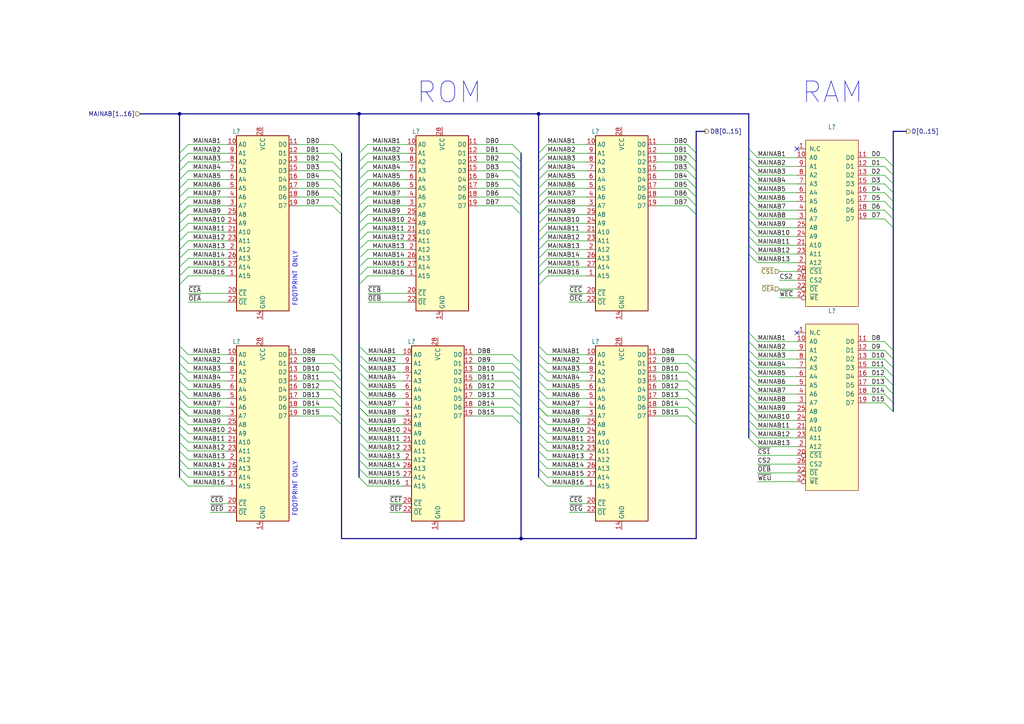
<source format=kicad_sch>
(kicad_sch (version 20211123) (generator eeschema)
  (paper "A4")
  (title_block (title "Main CPU ROM & RAM") (date "2022-03-10") (rev "José Tejada") (company "JOTEGO") (comment 1 "PCB donated by Atrac17 & DJHardRich") (comment 2 "JOTEGO") (comment 3 "https://www.paypal.com/paypalme/topapate") (comment 4 "https://www.patreon.com/topapate"))
  (lib_symbols
    (symbol "Memory_EPROM:27512"
      (property "Reference" "U" (at -7.62 26.67 0))
      (property "Value" "27512" (at 2.54 -26.67 0))
      (symbol "27512_1_1"
        (rectangle (start -7.62 25.4) (end 7.62 -25.4) (stroke (width 0.254)) (fill (type background)))
        (pin input line (at -10.16 -15.24 0) (length 2.54) (name "A15") (number "1"))
        (pin input line (at -10.16 22.86 0) (length 2.54) (name "A0") (number "10"))
        (pin tri_state line (at 10.16 22.86 180) (length 2.54) (name "D0") (number "11"))
        (pin tri_state line (at 10.16 20.32 180) (length 2.54) (name "D1") (number "12"))
        (pin tri_state line (at 10.16 17.78 180) (length 2.54) (name "D2") (number "13"))
        (pin power_in line (at 0 -27.94 90) (length 2.54) (name "GND") (number "14"))
        (pin tri_state line (at 10.16 15.24 180) (length 2.54) (name "D3") (number "15"))
        (pin tri_state line (at 10.16 12.7 180) (length 2.54) (name "D4") (number "16"))
        (pin tri_state line (at 10.16 10.16 180) (length 2.54) (name "D5") (number "17"))
        (pin tri_state line (at 10.16 7.62 180) (length 2.54) (name "D6") (number "18"))
        (pin tri_state line (at 10.16 5.08 180) (length 2.54) (name "D7") (number "19"))
        (pin input line (at -10.16 -7.62 0) (length 2.54) (name "A12") (number "2"))
        (pin input line (at -10.16 -20.32 0) (length 2.54) (name "~{CE}") (number "20"))
        (pin input line (at -10.16 -2.54 0) (length 2.54) (name "A10") (number "21"))
        (pin input line (at -10.16 -22.86 0) (length 2.54) (name "~{OE}") (number "22"))
        (pin input line (at -10.16 -5.08 0) (length 2.54) (name "A11") (number "23"))
        (pin input line (at -10.16 0 0) (length 2.54) (name "A9") (number "24"))
        (pin input line (at -10.16 2.54 0) (length 2.54) (name "A8") (number "25"))
        (pin input line (at -10.16 -10.16 0) (length 2.54) (name "A13") (number "26"))
        (pin input line (at -10.16 -12.7 0) (length 2.54) (name "A14") (number "27"))
        (pin power_in line (at 0 27.94 270) (length 2.54) (name "VCC") (number "28"))
        (pin input line (at -10.16 5.08 0) (length 2.54) (name "A7") (number "3"))
        (pin input line (at -10.16 7.62 0) (length 2.54) (name "A6") (number "4"))
        (pin input line (at -10.16 10.16 0) (length 2.54) (name "A5") (number "5"))
        (pin input line (at -10.16 12.7 0) (length 2.54) (name "A4") (number "6"))
        (pin input line (at -10.16 15.24 0) (length 2.54) (name "A3") (number "7"))
        (pin input line (at -10.16 17.78 0) (length 2.54) (name "A2") (number "8"))
        (pin input line (at -10.16 20.32 0) (length 2.54) (name "A1") (number "9"))
      )
    )
    (symbol "toshiba:TMM2063AP_10" (pin_names (offset 1.016))
      (property "Reference" "U" (at 0 16.51 0))
      (property "Value" "toshiba_TMM2063AP_10" (at 0 13.97 0))
      (symbol "TMM2063AP_10_0_1"
        (rectangle (start -7.62 12.7) (end 7.62 -35.56) (fill (type background)))
      )
      (symbol "TMM2063AP_10_1_1"
        (pin input line (at -10.16 10.16 0) (length 2.54) (name "N.C") (number "1"))
        (pin input line (at -10.16 7.62 0) (length 2.54) (name "A0") (number "10"))
        (pin bidirectional line (at 10.16 7.62 180) (length 2.54) (name "D0") (number "11"))
        (pin bidirectional line (at 10.16 5.08 180) (length 2.54) (name "D1") (number "12"))
        (pin bidirectional line (at 10.16 2.54 180) (length 2.54) (name "D2") (number "13"))
        (pin power_in line (at 0 -35.56 90) (length 2.54) hide (name "GND") (number "14"))
        (pin bidirectional line (at 10.16 0 180) (length 2.54) (name "D3") (number "15"))
        (pin bidirectional line (at 10.16 -2.54 180) (length 2.54) (name "D4") (number "16"))
        (pin bidirectional line (at 10.16 -5.08 180) (length 2.54) (name "D5") (number "17"))
        (pin bidirectional line (at 10.16 -7.62 180) (length 2.54) (name "D6") (number "18"))
        (pin bidirectional line (at 10.16 -10.16 180) (length 2.54) (name "D7") (number "19"))
        (pin input line (at -10.16 -22.86 0) (length 2.54) (name "A12") (number "2"))
        (pin input inverted (at -10.16 -25.4 0) (length 2.54) (name "~{CS1}") (number "20"))
        (pin input line (at -10.16 -17.78 0) (length 2.54) (name "A10") (number "21"))
        (pin input inverted (at -10.16 -30.48 0) (length 2.54) (name "~{OE}") (number "22"))
        (pin input line (at -10.16 -20.32 0) (length 2.54) (name "A11") (number "23"))
        (pin input line (at -10.16 -15.24 0) (length 2.54) (name "A9") (number "24"))
        (pin input line (at -10.16 -12.7 0) (length 2.54) (name "A8") (number "25"))
        (pin input line (at -10.16 -27.94 0) (length 2.54) (name "CS2") (number "26"))
        (pin input inverted (at -10.16 -33.02 0) (length 2.54) (name "~{WE}") (number "27"))
        (pin power_in line (at 0 15.24 270) (length 2.54) hide (name "VCC") (number "28"))
        (pin input line (at -10.16 -10.16 0) (length 2.54) (name "A7") (number "3"))
        (pin input line (at -10.16 -7.62 0) (length 2.54) (name "A6") (number "4"))
        (pin input line (at -10.16 -5.08 0) (length 2.54) (name "A5") (number "5"))
        (pin input line (at -10.16 -2.54 0) (length 2.54) (name "A4") (number "6"))
        (pin input line (at -10.16 0 0) (length 2.54) (name "A3") (number "7"))
        (pin input line (at -10.16 2.54 0) (length 2.54) (name "A2") (number "8"))
        (pin input line (at -10.16 5.08 0) (length 2.54) (name "A1") (number "9"))
      )
    )
  )
  (junction (at 151.13 156.21))
  (junction (at 156.21 33.02))
  (junction (at 52.07 33.02))
  (junction (at 104.14 33.02))
  (no_connect (at 231.14 43.18))
  (no_connect (at 231.14 96.52))
  (bus_entry (at 201.93 54.61) (size -2.54 -2.54))
  (bus_entry (at 201.93 44.45) (size -2.54 -2.54))
  (bus_entry (at 156.21 80.01) (size 2.54 -2.54))
  (bus_entry (at 54.61 138.43) (size -2.54 -2.54))
  (bus_entry (at 156.21 46.99) (size 2.54 -2.54))
  (bus_entry (at 256.54 101.6) (size 2.54 2.54))
  (bus_entry (at 217.17 111.76) (size 2.54 2.54))
  (bus_entry (at 217.17 116.84) (size 2.54 2.54))
  (bus_entry (at 104.14 59.69) (size 2.54 -2.54))
  (bus_entry (at 158.75 107.95) (size -2.54 -2.54))
  (bus_entry (at 158.75 110.49) (size -2.54 -2.54))
  (bus_entry (at 158.75 105.41) (size -2.54 -2.54))
  (bus_entry (at 106.68 105.41) (size -2.54 -2.54))
  (bus_entry (at 52.07 74.93) (size 2.54 -2.54))
  (bus_entry (at 256.54 109.22) (size 2.54 2.54))
  (bus_entry (at 52.07 67.31) (size 2.54 -2.54))
  (bus_entry (at 148.59 113.03) (size 2.54 2.54))
  (bus_entry (at 54.61 102.87) (size -2.54 -2.54))
  (bus_entry (at 52.07 52.07) (size 2.54 -2.54))
  (bus_entry (at 217.17 45.72) (size 2.54 2.54))
  (bus_entry (at 99.06 59.69) (size -2.54 -2.54))
  (bus_entry (at 217.17 109.22) (size 2.54 2.54))
  (bus_entry (at 104.14 62.23) (size 2.54 -2.54))
  (bus_entry (at 217.17 43.18) (size 2.54 2.54))
  (bus_entry (at 199.39 110.49) (size 2.54 2.54))
  (bus_entry (at 156.21 74.93) (size 2.54 -2.54))
  (bus_entry (at 148.59 105.41) (size 2.54 2.54))
  (bus_entry (at 104.14 77.47) (size 2.54 -2.54))
  (bus_entry (at 156.21 49.53) (size 2.54 -2.54))
  (bus_entry (at 52.07 62.23) (size 2.54 -2.54))
  (bus_entry (at 106.68 138.43) (size -2.54 -2.54))
  (bus_entry (at 217.17 119.38) (size 2.54 2.54))
  (bus_entry (at 199.39 120.65) (size 2.54 2.54))
  (bus_entry (at 217.17 121.92) (size 2.54 2.54))
  (bus_entry (at 256.54 53.34) (size 2.54 2.54))
  (bus_entry (at 104.14 72.39) (size 2.54 -2.54))
  (bus_entry (at 256.54 99.06) (size 2.54 2.54))
  (bus_entry (at 158.75 133.35) (size -2.54 -2.54))
  (bus_entry (at 104.14 69.85) (size 2.54 -2.54))
  (bus_entry (at 106.68 120.65) (size -2.54 -2.54))
  (bus_entry (at 151.13 46.99) (size -2.54 -2.54))
  (bus_entry (at 201.93 59.69) (size -2.54 -2.54))
  (bus_entry (at 106.68 110.49) (size -2.54 -2.54))
  (bus_entry (at 156.21 44.45) (size 2.54 -2.54))
  (bus_entry (at 52.07 44.45) (size 2.54 -2.54))
  (bus_entry (at 151.13 62.23) (size -2.54 -2.54))
  (bus_entry (at 54.61 133.35) (size -2.54 -2.54))
  (bus_entry (at 96.52 118.11) (size 2.54 2.54))
  (bus_entry (at 151.13 57.15) (size -2.54 -2.54))
  (bus_entry (at 158.75 138.43) (size -2.54 -2.54))
  (bus_entry (at 217.17 114.3) (size 2.54 2.54))
  (bus_entry (at 256.54 63.5) (size 2.54 2.54))
  (bus_entry (at 201.93 49.53) (size -2.54 -2.54))
  (bus_entry (at 106.68 118.11) (size -2.54 -2.54))
  (bus_entry (at 106.68 120.65) (size -2.54 -2.54))
  (bus_entry (at 217.17 58.42) (size 2.54 2.54))
  (bus_entry (at 256.54 48.26) (size 2.54 2.54))
  (bus_entry (at 158.75 115.57) (size -2.54 -2.54))
  (bus_entry (at 217.17 127) (size 2.54 2.54))
  (bus_entry (at 217.17 66.04) (size 2.54 2.54))
  (bus_entry (at 104.14 62.23) (size 2.54 -2.54))
  (bus_entry (at 148.59 102.87) (size 2.54 2.54))
  (bus_entry (at 217.17 99.06) (size 2.54 2.54))
  (bus_entry (at 54.61 125.73) (size -2.54 -2.54))
  (bus_entry (at 217.17 101.6) (size 2.54 2.54))
  (bus_entry (at 151.13 52.07) (size -2.54 -2.54))
  (bus_entry (at 104.14 57.15) (size 2.54 -2.54))
  (bus_entry (at 52.07 54.61) (size 2.54 -2.54))
  (bus_entry (at 156.21 82.55) (size 2.54 -2.54))
  (bus_entry (at 54.61 107.95) (size -2.54 -2.54))
  (bus_entry (at 256.54 114.3) (size 2.54 2.54))
  (bus_entry (at 256.54 106.68) (size 2.54 2.54))
  (bus_entry (at 151.13 54.61) (size -2.54 -2.54))
  (bus_entry (at 217.17 96.52) (size 2.54 2.54))
  (bus_entry (at 158.75 113.03) (size -2.54 -2.54))
  (bus_entry (at 256.54 50.8) (size 2.54 2.54))
  (bus_entry (at 54.61 128.27) (size -2.54 -2.54))
  (bus_entry (at 96.52 107.95) (size 2.54 2.54))
  (bus_entry (at 217.17 106.68) (size 2.54 2.54))
  (bus_entry (at 96.52 105.41) (size 2.54 2.54))
  (bus_entry (at 148.59 107.95) (size 2.54 2.54))
  (bus_entry (at 217.17 73.66) (size 2.54 2.54))
  (bus_entry (at 54.61 113.03) (size -2.54 -2.54))
  (bus_entry (at 201.93 57.15) (size -2.54 -2.54))
  (bus_entry (at 156.21 54.61) (size 2.54 -2.54))
  (bus_entry (at 52.07 72.39) (size 2.54 -2.54))
  (bus_entry (at 199.39 107.95) (size 2.54 2.54))
  (bus_entry (at 158.75 102.87) (size -2.54 -2.54))
  (bus_entry (at 54.61 135.89) (size -2.54 -2.54))
  (bus_entry (at 217.17 68.58) (size 2.54 2.54))
  (bus_entry (at 106.68 123.19) (size -2.54 -2.54))
  (bus_entry (at 158.75 128.27) (size -2.54 -2.54))
  (bus_entry (at 52.07 80.01) (size 2.54 -2.54))
  (bus_entry (at 199.39 102.87) (size 2.54 2.54))
  (bus_entry (at 256.54 116.84) (size 2.54 2.54))
  (bus_entry (at 106.68 115.57) (size -2.54 -2.54))
  (bus_entry (at 54.61 120.65) (size -2.54 -2.54))
  (bus_entry (at 96.52 102.87) (size 2.54 2.54))
  (bus_entry (at 217.17 71.12) (size 2.54 2.54))
  (bus_entry (at 99.06 62.23) (size -2.54 -2.54))
  (bus_entry (at 217.17 60.96) (size 2.54 2.54))
  (bus_entry (at 52.07 69.85) (size 2.54 -2.54))
  (bus_entry (at 156.21 64.77) (size 2.54 -2.54))
  (bus_entry (at 217.17 104.14) (size 2.54 2.54))
  (bus_entry (at 156.21 67.31) (size 2.54 -2.54))
  (bus_entry (at 156.21 62.23) (size 2.54 -2.54))
  (bus_entry (at 199.39 113.03) (size 2.54 2.54))
  (bus_entry (at 104.14 64.77) (size 2.54 -2.54))
  (bus_entry (at 96.52 120.65) (size 2.54 2.54))
  (bus_entry (at 52.07 59.69) (size 2.54 -2.54))
  (bus_entry (at 52.07 77.47) (size 2.54 -2.54))
  (bus_entry (at 106.68 130.81) (size -2.54 -2.54))
  (bus_entry (at 156.21 52.07) (size 2.54 -2.54))
  (bus_entry (at 54.61 110.49) (size -2.54 -2.54))
  (bus_entry (at 217.17 63.5) (size 2.54 2.54))
  (bus_entry (at 52.07 49.53) (size 2.54 -2.54))
  (bus_entry (at 158.75 125.73) (size -2.54 -2.54))
  (bus_entry (at 199.39 118.11) (size 2.54 2.54))
  (bus_entry (at 156.21 77.47) (size 2.54 -2.54))
  (bus_entry (at 99.06 57.15) (size -2.54 -2.54))
  (bus_entry (at 104.14 52.07) (size 2.54 -2.54))
  (bus_entry (at 104.14 44.45) (size 2.54 -2.54))
  (bus_entry (at 217.17 124.46) (size 2.54 2.54))
  (bus_entry (at 54.61 123.19) (size -2.54 -2.54))
  (bus_entry (at 156.21 57.15) (size 2.54 -2.54))
  (bus_entry (at 99.06 46.99) (size -2.54 -2.54))
  (bus_entry (at 217.17 53.34) (size 2.54 2.54))
  (bus_entry (at 104.14 46.99) (size 2.54 -2.54))
  (bus_entry (at 104.14 74.93) (size 2.54 -2.54))
  (bus_entry (at 96.52 110.49) (size 2.54 2.54))
  (bus_entry (at 148.59 120.65) (size 2.54 2.54))
  (bus_entry (at 199.39 115.57) (size 2.54 2.54))
  (bus_entry (at 106.68 102.87) (size -2.54 -2.54))
  (bus_entry (at 256.54 45.72) (size 2.54 2.54))
  (bus_entry (at 217.17 50.8) (size 2.54 2.54))
  (bus_entry (at 104.14 67.31) (size 2.54 -2.54))
  (bus_entry (at 256.54 104.14) (size 2.54 2.54))
  (bus_entry (at 148.59 110.49) (size 2.54 2.54))
  (bus_entry (at 148.59 115.57) (size 2.54 2.54))
  (bus_entry (at 52.07 62.23) (size 2.54 -2.54))
  (bus_entry (at 158.75 118.11) (size -2.54 -2.54))
  (bus_entry (at 256.54 111.76) (size 2.54 2.54))
  (bus_entry (at 156.21 59.69) (size 2.54 -2.54))
  (bus_entry (at 99.06 44.45) (size -2.54 -2.54))
  (bus_entry (at 106.68 128.27) (size -2.54 -2.54))
  (bus_entry (at 52.07 57.15) (size 2.54 -2.54))
  (bus_entry (at 256.54 58.42) (size 2.54 2.54))
  (bus_entry (at 201.93 52.07) (size -2.54 -2.54))
  (bus_entry (at 106.68 135.89) (size -2.54 -2.54))
  (bus_entry (at 201.93 46.99) (size -2.54 -2.54))
  (bus_entry (at 158.75 130.81) (size -2.54 -2.54))
  (bus_entry (at 106.68 140.97) (size -2.54 -2.54))
  (bus_entry (at 54.61 118.11) (size -2.54 -2.54))
  (bus_entry (at 54.61 130.81) (size -2.54 -2.54))
  (bus_entry (at 158.75 120.65) (size -2.54 -2.54))
  (bus_entry (at 54.61 120.65) (size -2.54 -2.54))
  (bus_entry (at 158.75 140.97) (size -2.54 -2.54))
  (bus_entry (at 106.68 107.95) (size -2.54 -2.54))
  (bus_entry (at 148.59 118.11) (size 2.54 2.54))
  (bus_entry (at 52.07 46.99) (size 2.54 -2.54))
  (bus_entry (at 96.52 113.03) (size 2.54 2.54))
  (bus_entry (at 156.21 69.85) (size 2.54 -2.54))
  (bus_entry (at 201.93 62.23) (size -2.54 -2.54))
  (bus_entry (at 217.17 55.88) (size 2.54 2.54))
  (bus_entry (at 158.75 135.89) (size -2.54 -2.54))
  (bus_entry (at 99.06 54.61) (size -2.54 -2.54))
  (bus_entry (at 99.06 49.53) (size -2.54 -2.54))
  (bus_entry (at 256.54 60.96) (size 2.54 2.54))
  (bus_entry (at 217.17 48.26) (size 2.54 2.54))
  (bus_entry (at 54.61 115.57) (size -2.54 -2.54))
  (bus_entry (at 104.14 80.01) (size 2.54 -2.54))
  (bus_entry (at 106.68 125.73) (size -2.54 -2.54))
  (bus_entry (at 99.06 52.07) (size -2.54 -2.54))
  (bus_entry (at 256.54 55.88) (size 2.54 2.54))
  (bus_entry (at 52.07 64.77) (size 2.54 -2.54))
  (bus_entry (at 104.14 49.53) (size 2.54 -2.54))
  (bus_entry (at 106.68 133.35) (size -2.54 -2.54))
  (bus_entry (at 158.75 123.19) (size -2.54 -2.54))
  (bus_entry (at 96.52 115.57) (size 2.54 2.54))
  (bus_entry (at 54.61 105.41) (size -2.54 -2.54))
  (bus_entry (at 104.14 82.55) (size 2.54 -2.54))
  (bus_entry (at 54.61 140.97) (size -2.54 -2.54))
  (bus_entry (at 151.13 49.53) (size -2.54 -2.54))
  (bus_entry (at 52.07 82.55) (size 2.54 -2.54))
  (bus_entry (at 104.14 54.61) (size 2.54 -2.54))
  (bus_entry (at 158.75 120.65) (size -2.54 -2.54))
  (bus_entry (at 151.13 59.69) (size -2.54 -2.54))
  (bus_entry (at 199.39 105.41) (size 2.54 2.54))
  (bus_entry (at 151.13 44.45) (size -2.54 -2.54))
  (bus_entry (at 106.68 113.03) (size -2.54 -2.54))
  (bus_entry (at 156.21 72.39) (size 2.54 -2.54))
  (bus_entry (at 156.21 62.23) (size 2.54 -2.54))
  (wire (pts (xy 86.36 115.57) (xy 96.52 115.57)))
  (bus (pts (xy 259.08 109.22) (xy 259.08 111.76)))
  (bus (pts (xy 104.14 110.49) (xy 104.14 113.03)))
  (bus (pts (xy 40.64 33.02) (xy 52.07 33.02)))
  (bus (pts (xy 52.07 118.11) (xy 52.07 120.65)))
  (wire (pts (xy 190.5 46.99) (xy 199.39 46.99)))
  (wire (pts (xy 138.43 59.69) (xy 148.59 59.69)))
  (bus (pts (xy 201.93 54.61) (xy 201.93 57.15)))
  (wire (pts (xy 219.71 111.76) (xy 231.14 111.76)))
  (bus (pts (xy 156.21 125.73) (xy 156.21 128.27)))
  (bus (pts (xy 259.08 53.34) (xy 259.08 55.88)))
  (wire (pts (xy 165.1 85.09) (xy 170.18 85.09)))
  (wire (pts (xy 54.61 107.95) (xy 66.04 107.95)))
  (bus (pts (xy 104.14 69.85) (xy 104.14 72.39)))
  (wire (pts (xy 256.54 99.06) (xy 251.46 99.06)))
  (bus (pts (xy 259.08 58.42) (xy 259.08 60.96)))
  (wire (pts (xy 54.61 54.61) (xy 66.04 54.61)))
  (bus (pts (xy 217.17 99.06) (xy 217.17 101.6)))
  (bus (pts (xy 104.14 82.55) (xy 104.14 100.33)))
  (bus (pts (xy 156.21 67.31) (xy 156.21 69.85)))
  (wire (pts (xy 251.46 116.84) (xy 256.54 116.84)))
  (bus (pts (xy 52.07 67.31) (xy 52.07 69.85)))
  (bus (pts (xy 104.14 123.19) (xy 104.14 125.73)))
  (wire (pts (xy 190.5 107.95) (xy 199.39 107.95)))
  (wire (pts (xy 106.68 125.73) (xy 116.84 125.73)))
  (wire (pts (xy 219.71 68.58) (xy 231.14 68.58)))
  (bus (pts (xy 156.21 133.35) (xy 156.21 135.89)))
  (wire (pts (xy 54.61 85.09) (xy 66.04 85.09)))
  (bus (pts (xy 201.93 59.69) (xy 201.93 62.23)))
  (wire (pts (xy 106.68 120.65) (xy 116.84 120.65)))
  (wire (pts (xy 106.68 49.53) (xy 118.11 49.53)))
  (bus (pts (xy 262.89 38.1) (xy 259.08 38.1)))
  (wire (pts (xy 158.75 62.23) (xy 170.18 62.23)))
  (bus (pts (xy 52.07 62.23) (xy 52.07 64.77)))
  (bus (pts (xy 151.13 123.19) (xy 151.13 156.21)))
  (wire (pts (xy 137.16 102.87) (xy 148.59 102.87)))
  (wire (pts (xy 106.68 74.93) (xy 118.11 74.93)))
  (wire (pts (xy 54.61 118.11) (xy 66.04 118.11)))
  (wire (pts (xy 226.06 78.74) (xy 231.14 78.74)))
  (bus (pts (xy 99.06 120.65) (xy 99.06 123.19)))
  (wire (pts (xy 226.06 81.28) (xy 231.14 81.28)))
  (bus (pts (xy 156.21 77.47) (xy 156.21 80.01)))
  (wire (pts (xy 54.61 64.77) (xy 66.04 64.77)))
  (bus (pts (xy 99.06 156.21) (xy 151.13 156.21)))
  (wire (pts (xy 219.71 109.22) (xy 231.14 109.22)))
  (bus (pts (xy 156.21 100.33) (xy 156.21 102.87)))
  (bus (pts (xy 259.08 116.84) (xy 259.08 119.38)))
  (wire (pts (xy 190.5 105.41) (xy 199.39 105.41)))
  (wire (pts (xy 190.5 54.61) (xy 199.39 54.61)))
  (bus (pts (xy 52.07 102.87) (xy 52.07 105.41)))
  (bus (pts (xy 52.07 115.57) (xy 52.07 118.11)))
  (wire (pts (xy 219.71 55.88) (xy 231.14 55.88)))
  (wire (pts (xy 158.75 52.07) (xy 170.18 52.07)))
  (bus (pts (xy 217.17 106.68) (xy 217.17 109.22)))
  (bus (pts (xy 52.07 133.35) (xy 52.07 135.89)))
  (bus (pts (xy 99.06 46.99) (xy 99.06 49.53)))
  (wire (pts (xy 165.1 87.63) (xy 170.18 87.63)))
  (wire (pts (xy 54.61 135.89) (xy 66.04 135.89)))
  (bus (pts (xy 151.13 62.23) (xy 151.13 105.41)))
  (bus (pts (xy 156.21 52.07) (xy 156.21 54.61)))
  (wire (pts (xy 86.36 57.15) (xy 96.52 57.15)))
  (wire (pts (xy 158.75 57.15) (xy 170.18 57.15)))
  (bus (pts (xy 217.17 114.3) (xy 217.17 116.84)))
  (bus (pts (xy 259.08 114.3) (xy 259.08 116.84)))
  (bus (pts (xy 104.14 44.45) (xy 104.14 46.99)))
  (bus (pts (xy 151.13 107.95) (xy 151.13 110.49)))
  (wire (pts (xy 54.61 115.57) (xy 66.04 115.57)))
  (wire (pts (xy 165.1 146.05) (xy 170.18 146.05)))
  (wire (pts (xy 251.46 50.8) (xy 256.54 50.8)))
  (bus (pts (xy 156.21 118.11) (xy 156.21 120.65)))
  (wire (pts (xy 190.5 57.15) (xy 199.39 57.15)))
  (bus (pts (xy 156.21 123.19) (xy 156.21 125.73)))
  (bus (pts (xy 151.13 57.15) (xy 151.13 59.69)))
  (bus (pts (xy 52.07 44.45) (xy 52.07 46.99)))
  (bus (pts (xy 201.93 62.23) (xy 201.93 105.41)))
  (wire (pts (xy 116.84 110.49) (xy 106.68 110.49)))
  (wire (pts (xy 219.71 50.8) (xy 231.14 50.8)))
  (wire (pts (xy 54.61 72.39) (xy 66.04 72.39)))
  (wire (pts (xy 54.61 133.35) (xy 66.04 133.35)))
  (wire (pts (xy 86.36 44.45) (xy 96.52 44.45)))
  (wire (pts (xy 106.68 85.09) (xy 118.11 85.09)))
  (wire (pts (xy 106.68 105.41) (xy 116.84 105.41)))
  (bus (pts (xy 52.07 46.99) (xy 52.07 49.53)))
  (bus (pts (xy 104.14 72.39) (xy 104.14 74.93)))
  (bus (pts (xy 52.07 64.77) (xy 52.07 67.31)))
  (bus (pts (xy 156.21 59.69) (xy 156.21 62.23)))
  (bus (pts (xy 151.13 52.07) (xy 151.13 54.61)))
  (bus (pts (xy 217.17 63.5) (xy 217.17 66.04)))
  (bus (pts (xy 99.06 54.61) (xy 99.06 57.15)))
  (wire (pts (xy 158.75 115.57) (xy 170.18 115.57)))
  (bus (pts (xy 259.08 60.96) (xy 259.08 63.5)))
  (wire (pts (xy 190.5 115.57) (xy 199.39 115.57)))
  (wire (pts (xy 54.61 87.63) (xy 66.04 87.63)))
  (wire (pts (xy 106.68 41.91) (xy 118.11 41.91)))
  (bus (pts (xy 52.07 125.73) (xy 52.07 128.27)))
  (wire (pts (xy 158.75 46.99) (xy 170.18 46.99)))
  (bus (pts (xy 52.07 113.03) (xy 52.07 115.57)))
  (wire (pts (xy 106.68 59.69) (xy 118.11 59.69)))
  (bus (pts (xy 52.07 57.15) (xy 52.07 59.69)))
  (bus (pts (xy 201.93 38.1) (xy 201.93 44.45)))
  (bus (pts (xy 156.21 120.65) (xy 156.21 123.19)))
  (bus (pts (xy 104.14 130.81) (xy 104.14 133.35)))
  (bus (pts (xy 217.17 104.14) (xy 217.17 106.68)))
  (wire (pts (xy 251.46 111.76) (xy 256.54 111.76)))
  (wire (pts (xy 137.16 120.65) (xy 148.59 120.65)))
  (bus (pts (xy 217.17 53.34) (xy 217.17 55.88)))
  (wire (pts (xy 219.71 137.16) (xy 231.14 137.16)))
  (wire (pts (xy 226.06 83.82) (xy 231.14 83.82)))
  (wire (pts (xy 219.71 58.42) (xy 231.14 58.42)))
  (wire (pts (xy 219.71 134.62) (xy 231.14 134.62)))
  (wire (pts (xy 138.43 54.61) (xy 148.59 54.61)))
  (bus (pts (xy 99.06 49.53) (xy 99.06 52.07)))
  (bus (pts (xy 217.17 121.92) (xy 217.17 124.46)))
  (bus (pts (xy 217.17 119.38) (xy 217.17 121.92)))
  (wire (pts (xy 54.61 80.01) (xy 66.04 80.01)))
  (wire (pts (xy 60.96 146.05) (xy 66.04 146.05)))
  (bus (pts (xy 156.21 115.57) (xy 156.21 118.11)))
  (wire (pts (xy 251.46 45.72) (xy 256.54 45.72)))
  (bus (pts (xy 52.07 105.41) (xy 52.07 107.95)))
  (wire (pts (xy 54.61 113.03) (xy 66.04 113.03)))
  (wire (pts (xy 54.61 128.27) (xy 66.04 128.27)))
  (bus (pts (xy 104.14 128.27) (xy 104.14 130.81)))
  (bus (pts (xy 259.08 48.26) (xy 259.08 50.8)))
  (bus (pts (xy 156.21 107.95) (xy 156.21 110.49)))
  (bus (pts (xy 217.17 116.84) (xy 217.17 119.38)))
  (bus (pts (xy 99.06 113.03) (xy 99.06 115.57)))
  (wire (pts (xy 219.71 48.26) (xy 231.14 48.26)))
  (wire (pts (xy 138.43 49.53) (xy 148.59 49.53)))
  (wire (pts (xy 165.1 148.59) (xy 170.18 148.59)))
  (bus (pts (xy 99.06 52.07) (xy 99.06 54.61)))
  (wire (pts (xy 158.75 125.73) (xy 170.18 125.73)))
  (bus (pts (xy 104.14 135.89) (xy 104.14 138.43)))
  (wire (pts (xy 106.68 118.11) (xy 116.84 118.11)))
  (bus (pts (xy 259.08 38.1) (xy 259.08 48.26)))
  (wire (pts (xy 137.16 110.49) (xy 148.59 110.49)))
  (bus (pts (xy 259.08 106.68) (xy 259.08 109.22)))
  (bus (pts (xy 259.08 50.8) (xy 259.08 53.34)))
  (wire (pts (xy 54.61 125.73) (xy 66.04 125.73)))
  (wire (pts (xy 158.75 59.69) (xy 170.18 59.69)))
  (bus (pts (xy 217.17 48.26) (xy 217.17 50.8)))
  (bus (pts (xy 52.07 49.53) (xy 52.07 52.07)))
  (wire (pts (xy 106.68 52.07) (xy 118.11 52.07)))
  (wire (pts (xy 106.68 130.81) (xy 116.84 130.81)))
  (bus (pts (xy 201.93 52.07) (xy 201.93 54.61)))
  (wire (pts (xy 106.68 107.95) (xy 116.84 107.95)))
  (wire (pts (xy 158.75 77.47) (xy 170.18 77.47)))
  (bus (pts (xy 104.14 52.07) (xy 104.14 54.61)))
  (wire (pts (xy 86.36 49.53) (xy 96.52 49.53)))
  (wire (pts (xy 106.68 46.99) (xy 118.11 46.99)))
  (wire (pts (xy 86.36 52.07) (xy 96.52 52.07)))
  (wire (pts (xy 190.5 113.03) (xy 199.39 113.03)))
  (wire (pts (xy 116.84 138.43) (xy 106.68 138.43)))
  (bus (pts (xy 156.21 74.93) (xy 156.21 77.47)))
  (wire (pts (xy 219.71 66.04) (xy 231.14 66.04)))
  (wire (pts (xy 138.43 41.91) (xy 148.59 41.91)))
  (wire (pts (xy 219.71 127) (xy 231.14 127)))
  (bus (pts (xy 217.17 73.66) (xy 217.17 96.52)))
  (wire (pts (xy 106.68 135.89) (xy 116.84 135.89)))
  (bus (pts (xy 259.08 66.04) (xy 259.08 101.6)))
  (bus (pts (xy 151.13 54.61) (xy 151.13 57.15)))
  (bus (pts (xy 52.07 135.89) (xy 52.07 138.43)))
  (wire (pts (xy 106.68 113.03) (xy 116.84 113.03)))
  (bus (pts (xy 151.13 120.65) (xy 151.13 123.19)))
  (bus (pts (xy 104.14 77.47) (xy 104.14 80.01)))
  (wire (pts (xy 60.96 148.59) (xy 66.04 148.59)))
  (bus (pts (xy 156.21 102.87) (xy 156.21 105.41)))
  (bus (pts (xy 217.17 124.46) (xy 217.17 127)))
  (wire (pts (xy 219.71 53.34) (xy 231.14 53.34)))
  (bus (pts (xy 52.07 52.07) (xy 52.07 54.61)))
  (bus (pts (xy 201.93 110.49) (xy 201.93 113.03)))
  (bus (pts (xy 217.17 71.12) (xy 217.17 73.66)))
  (wire (pts (xy 219.71 139.7) (xy 231.14 139.7)))
  (wire (pts (xy 170.18 110.49) (xy 158.75 110.49)))
  (wire (pts (xy 54.61 67.31) (xy 66.04 67.31)))
  (wire (pts (xy 251.46 63.5) (xy 256.54 63.5)))
  (wire (pts (xy 54.61 138.43) (xy 66.04 138.43)))
  (wire (pts (xy 54.61 44.45) (xy 66.04 44.45)))
  (bus (pts (xy 151.13 110.49) (xy 151.13 113.03)))
  (bus (pts (xy 156.21 54.61) (xy 156.21 57.15)))
  (bus (pts (xy 104.14 57.15) (xy 104.14 59.69)))
  (bus (pts (xy 104.14 118.11) (xy 104.14 120.65)))
  (wire (pts (xy 137.16 107.95) (xy 148.59 107.95)))
  (bus (pts (xy 201.93 120.65) (xy 201.93 123.19)))
  (bus (pts (xy 217.17 111.76) (xy 217.17 114.3)))
  (wire (pts (xy 190.5 44.45) (xy 199.39 44.45)))
  (wire (pts (xy 158.75 64.77) (xy 170.18 64.77)))
  (wire (pts (xy 86.36 59.69) (xy 96.52 59.69)))
  (bus (pts (xy 104.14 113.03) (xy 104.14 115.57)))
  (bus (pts (xy 104.14 54.61) (xy 104.14 57.15)))
  (wire (pts (xy 54.61 130.81) (xy 66.04 130.81)))
  (bus (pts (xy 104.14 80.01) (xy 104.14 82.55)))
  (wire (pts (xy 54.61 49.53) (xy 66.04 49.53)))
  (bus (pts (xy 99.06 105.41) (xy 99.06 107.95)))
  (bus (pts (xy 52.07 69.85) (xy 52.07 72.39)))
  (bus (pts (xy 156.21 57.15) (xy 156.21 59.69)))
  (bus (pts (xy 156.21 135.89) (xy 156.21 138.43)))
  (wire (pts (xy 137.16 113.03) (xy 148.59 113.03)))
  (bus (pts (xy 151.13 59.69) (xy 151.13 62.23)))
  (wire (pts (xy 86.36 113.03) (xy 96.52 113.03)))
  (wire (pts (xy 137.16 105.41) (xy 148.59 105.41)))
  (wire (pts (xy 106.68 80.01) (xy 118.11 80.01)))
  (bus (pts (xy 217.17 66.04) (xy 217.17 68.58)))
  (bus (pts (xy 52.07 110.49) (xy 52.07 113.03)))
  (wire (pts (xy 86.36 54.61) (xy 96.52 54.61)))
  (bus (pts (xy 104.14 64.77) (xy 104.14 67.31)))
  (bus (pts (xy 217.17 109.22) (xy 217.17 111.76)))
  (bus (pts (xy 156.21 33.02) (xy 217.17 33.02)))
  (wire (pts (xy 219.71 76.2) (xy 231.14 76.2)))
  (wire (pts (xy 219.71 114.3) (xy 231.14 114.3)))
  (bus (pts (xy 156.21 44.45) (xy 156.21 46.99)))
  (bus (pts (xy 201.93 118.11) (xy 201.93 120.65)))
  (wire (pts (xy 251.46 58.42) (xy 256.54 58.42)))
  (wire (pts (xy 54.61 62.23) (xy 66.04 62.23)))
  (bus (pts (xy 201.93 115.57) (xy 201.93 118.11)))
  (bus (pts (xy 104.14 100.33) (xy 104.14 102.87)))
  (bus (pts (xy 151.13 44.45) (xy 151.13 46.99)))
  (bus (pts (xy 259.08 55.88) (xy 259.08 58.42)))
  (bus (pts (xy 201.93 38.1) (xy 204.47 38.1)))
  (wire (pts (xy 86.36 107.95) (xy 96.52 107.95)))
  (bus (pts (xy 217.17 68.58) (xy 217.17 71.12)))
  (wire (pts (xy 219.71 73.66) (xy 231.14 73.66)))
  (wire (pts (xy 106.68 64.77) (xy 118.11 64.77)))
  (bus (pts (xy 99.06 44.45) (xy 99.06 46.99)))
  (bus (pts (xy 201.93 57.15) (xy 201.93 59.69)))
  (wire (pts (xy 138.43 57.15) (xy 148.59 57.15)))
  (wire (pts (xy 219.71 45.72) (xy 231.14 45.72)))
  (bus (pts (xy 151.13 46.99) (xy 151.13 49.53)))
  (wire (pts (xy 219.71 121.92) (xy 231.14 121.92)))
  (bus (pts (xy 151.13 49.53) (xy 151.13 52.07)))
  (bus (pts (xy 217.17 60.96) (xy 217.17 63.5)))
  (bus (pts (xy 99.06 110.49) (xy 99.06 113.03)))
  (wire (pts (xy 158.75 135.89) (xy 170.18 135.89)))
  (bus (pts (xy 201.93 123.19) (xy 201.93 156.21)))
  (wire (pts (xy 106.68 44.45) (xy 118.11 44.45)))
  (wire (pts (xy 106.68 115.57) (xy 116.84 115.57)))
  (wire (pts (xy 86.36 46.99) (xy 96.52 46.99)))
  (wire (pts (xy 158.75 107.95) (xy 170.18 107.95)))
  (wire (pts (xy 190.5 49.53) (xy 199.39 49.53)))
  (wire (pts (xy 190.5 41.91) (xy 199.39 41.91)))
  (bus (pts (xy 156.21 72.39) (xy 156.21 74.93)))
  (wire (pts (xy 158.75 72.39) (xy 170.18 72.39)))
  (wire (pts (xy 190.5 118.11) (xy 199.39 118.11)))
  (bus (pts (xy 104.14 105.41) (xy 104.14 107.95)))
  (bus (pts (xy 52.07 33.02) (xy 104.14 33.02)))
  (bus (pts (xy 104.14 102.87) (xy 104.14 105.41)))
  (wire (pts (xy 251.46 55.88) (xy 256.54 55.88)))
  (bus (pts (xy 217.17 58.42) (xy 217.17 60.96)))
  (wire (pts (xy 231.14 119.38) (xy 219.71 119.38)))
  (bus (pts (xy 104.14 107.95) (xy 104.14 110.49)))
  (wire (pts (xy 158.75 105.41) (xy 170.18 105.41)))
  (wire (pts (xy 106.68 69.85) (xy 118.11 69.85)))
  (wire (pts (xy 54.61 52.07) (xy 66.04 52.07)))
  (bus (pts (xy 156.21 110.49) (xy 156.21 113.03)))
  (wire (pts (xy 158.75 69.85) (xy 170.18 69.85)))
  (wire (pts (xy 158.75 133.35) (xy 170.18 133.35)))
  (wire (pts (xy 219.71 60.96) (xy 231.14 60.96)))
  (bus (pts (xy 217.17 55.88) (xy 217.17 58.42)))
  (wire (pts (xy 86.36 41.91) (xy 96.52 41.91)))
  (bus (pts (xy 104.14 62.23) (xy 104.14 64.77)))
  (bus (pts (xy 52.07 123.19) (xy 52.07 125.73)))
  (bus (pts (xy 99.06 59.69) (xy 99.06 62.23)))
  (bus (pts (xy 52.07 77.47) (xy 52.07 80.01)))
  (bus (pts (xy 52.07 128.27) (xy 52.07 130.81)))
  (wire (pts (xy 158.75 54.61) (xy 170.18 54.61)))
  (bus (pts (xy 104.14 120.65) (xy 104.14 123.19)))
  (bus (pts (xy 201.93 46.99) (xy 201.93 49.53)))
  (wire (pts (xy 86.36 105.41) (xy 96.52 105.41)))
  (wire (pts (xy 116.84 123.19) (xy 106.68 123.19)))
  (bus (pts (xy 156.21 62.23) (xy 156.21 64.77)))
  (bus (pts (xy 156.21 80.01) (xy 156.21 82.55)))
  (bus (pts (xy 52.07 100.33) (xy 52.07 102.87)))
  (bus (pts (xy 104.14 49.53) (xy 104.14 52.07)))
  (bus (pts (xy 151.13 113.03) (xy 151.13 115.57)))
  (bus (pts (xy 156.21 128.27) (xy 156.21 130.81)))
  (bus (pts (xy 217.17 45.72) (xy 217.17 48.26)))
  (bus (pts (xy 201.93 105.41) (xy 201.93 107.95)))
  (wire (pts (xy 158.75 41.91) (xy 170.18 41.91)))
  (bus (pts (xy 52.07 54.61) (xy 52.07 57.15)))
  (wire (pts (xy 116.84 128.27) (xy 106.68 128.27)))
  (bus (pts (xy 156.21 46.99) (xy 156.21 49.53)))
  (wire (pts (xy 106.68 102.87) (xy 116.84 102.87)))
  (bus (pts (xy 151.13 115.57) (xy 151.13 118.11)))
  (wire (pts (xy 106.68 87.63) (xy 118.11 87.63)))
  (wire (pts (xy 86.36 118.11) (xy 96.52 118.11)))
  (bus (pts (xy 99.06 115.57) (xy 99.06 118.11)))
  (wire (pts (xy 226.06 86.36) (xy 231.14 86.36)))
  (wire (pts (xy 219.71 132.08) (xy 231.14 132.08)))
  (wire (pts (xy 158.75 44.45) (xy 170.18 44.45)))
  (wire (pts (xy 106.68 62.23) (xy 118.11 62.23)))
  (wire (pts (xy 219.71 129.54) (xy 231.14 129.54)))
  (wire (pts (xy 190.5 110.49) (xy 199.39 110.49)))
  (wire (pts (xy 138.43 52.07) (xy 148.59 52.07)))
  (wire (pts (xy 256.54 109.22) (xy 251.46 109.22)))
  (bus (pts (xy 156.21 130.81) (xy 156.21 133.35)))
  (bus (pts (xy 104.14 133.35) (xy 104.14 135.89)))
  (bus (pts (xy 156.21 64.77) (xy 156.21 67.31)))
  (bus (pts (xy 151.13 156.21) (xy 201.93 156.21)))
  (wire (pts (xy 219.71 101.6) (xy 231.14 101.6)))
  (bus (pts (xy 52.07 107.95) (xy 52.07 110.49)))
  (bus (pts (xy 104.14 33.02) (xy 156.21 33.02)))
  (bus (pts (xy 259.08 63.5) (xy 259.08 66.04)))
  (wire (pts (xy 158.75 67.31) (xy 170.18 67.31)))
  (wire (pts (xy 251.46 48.26) (xy 256.54 48.26)))
  (wire (pts (xy 106.68 67.31) (xy 118.11 67.31)))
  (wire (pts (xy 86.36 102.87) (xy 96.52 102.87)))
  (bus (pts (xy 104.14 125.73) (xy 104.14 128.27)))
  (bus (pts (xy 104.14 74.93) (xy 104.14 77.47)))
  (bus (pts (xy 156.21 49.53) (xy 156.21 52.07)))
  (wire (pts (xy 158.75 130.81) (xy 170.18 130.81)))
  (bus (pts (xy 52.07 120.65) (xy 52.07 123.19)))
  (bus (pts (xy 259.08 111.76) (xy 259.08 114.3)))
  (wire (pts (xy 54.61 140.97) (xy 66.04 140.97)))
  (wire (pts (xy 251.46 60.96) (xy 256.54 60.96)))
  (wire (pts (xy 219.71 63.5) (xy 231.14 63.5)))
  (wire (pts (xy 54.61 120.65) (xy 66.04 120.65)))
  (bus (pts (xy 259.08 104.14) (xy 259.08 106.68)))
  (bus (pts (xy 217.17 33.02) (xy 217.17 43.18)))
  (bus (pts (xy 217.17 50.8) (xy 217.17 53.34)))
  (wire (pts (xy 219.71 116.84) (xy 231.14 116.84)))
  (wire (pts (xy 190.5 120.65) (xy 199.39 120.65)))
  (wire (pts (xy 106.68 77.47) (xy 118.11 77.47)))
  (wire (pts (xy 54.61 57.15) (xy 66.04 57.15)))
  (wire (pts (xy 170.18 128.27) (xy 158.75 128.27)))
  (wire (pts (xy 54.61 110.49) (xy 66.04 110.49)))
  (bus (pts (xy 99.06 107.95) (xy 99.06 110.49)))
  (bus (pts (xy 156.21 105.41) (xy 156.21 107.95)))
  (bus (pts (xy 104.14 46.99) (xy 104.14 49.53)))
  (wire (pts (xy 54.61 69.85) (xy 66.04 69.85)))
  (wire (pts (xy 219.71 99.06) (xy 231.14 99.06)))
  (wire (pts (xy 138.43 44.45) (xy 148.59 44.45)))
  (bus (pts (xy 99.06 62.23) (xy 99.06 105.41)))
  (bus (pts (xy 217.17 96.52) (xy 217.17 99.06)))
  (wire (pts (xy 54.61 59.69) (xy 66.04 59.69)))
  (bus (pts (xy 201.93 107.95) (xy 201.93 110.49)))
  (bus (pts (xy 259.08 101.6) (xy 259.08 104.14)))
  (bus (pts (xy 99.06 57.15) (xy 99.06 59.69)))
  (bus (pts (xy 99.06 123.19) (xy 99.06 156.21)))
  (wire (pts (xy 113.03 148.59) (xy 116.84 148.59)))
  (wire (pts (xy 54.61 46.99) (xy 66.04 46.99)))
  (bus (pts (xy 99.06 118.11) (xy 99.06 120.65)))
  (wire (pts (xy 219.71 71.12) (xy 231.14 71.12)))
  (bus (pts (xy 156.21 113.03) (xy 156.21 115.57)))
  (wire (pts (xy 158.75 74.93) (xy 170.18 74.93)))
  (wire (pts (xy 86.36 120.65) (xy 96.52 120.65)))
  (wire (pts (xy 54.61 41.91) (xy 66.04 41.91)))
  (bus (pts (xy 201.93 49.53) (xy 201.93 52.07)))
  (wire (pts (xy 158.75 102.87) (xy 170.18 102.87)))
  (wire (pts (xy 158.75 113.03) (xy 170.18 113.03)))
  (wire (pts (xy 54.61 74.93) (xy 66.04 74.93)))
  (wire (pts (xy 231.14 106.68) (xy 219.71 106.68)))
  (wire (pts (xy 158.75 80.01) (xy 170.18 80.01)))
  (bus (pts (xy 217.17 101.6) (xy 217.17 104.14)))
  (wire (pts (xy 158.75 140.97) (xy 170.18 140.97)))
  (bus (pts (xy 52.07 59.69) (xy 52.07 62.23)))
  (wire (pts (xy 190.5 52.07) (xy 199.39 52.07)))
  (bus (pts (xy 52.07 74.93) (xy 52.07 77.47)))
  (wire (pts (xy 106.68 140.97) (xy 116.84 140.97)))
  (bus (pts (xy 104.14 67.31) (xy 104.14 69.85)))
  (bus (pts (xy 104.14 59.69) (xy 104.14 62.23)))
  (wire (pts (xy 170.18 123.19) (xy 158.75 123.19)))
  (wire (pts (xy 106.68 54.61) (xy 118.11 54.61)))
  (wire (pts (xy 137.16 118.11) (xy 148.59 118.11)))
  (wire (pts (xy 106.68 57.15) (xy 118.11 57.15)))
  (wire (pts (xy 251.46 114.3) (xy 256.54 114.3)))
  (wire (pts (xy 158.75 118.11) (xy 170.18 118.11)))
  (bus (pts (xy 52.07 82.55) (xy 52.07 100.33)))
  (wire (pts (xy 256.54 104.14) (xy 251.46 104.14)))
  (bus (pts (xy 201.93 113.03) (xy 201.93 115.57)))
  (wire (pts (xy 190.5 59.69) (xy 199.39 59.69)))
  (wire (pts (xy 219.71 104.14) (xy 231.14 104.14)))
  (wire (pts (xy 170.18 138.43) (xy 158.75 138.43)))
  (wire (pts (xy 106.68 72.39) (xy 118.11 72.39)))
  (bus (pts (xy 217.17 43.18) (xy 217.17 45.72)))
  (wire (pts (xy 256.54 106.68) (xy 251.46 106.68)))
  (bus (pts (xy 52.07 130.81) (xy 52.07 133.35)))
  (wire (pts (xy 106.68 133.35) (xy 116.84 133.35)))
  (wire (pts (xy 158.75 49.53) (xy 170.18 49.53)))
  (bus (pts (xy 104.14 33.02) (xy 104.14 44.45)))
  (wire (pts (xy 86.36 110.49) (xy 96.52 110.49)))
  (bus (pts (xy 156.21 69.85) (xy 156.21 72.39)))
  (bus (pts (xy 52.07 33.02) (xy 52.07 44.45)))
  (wire (pts (xy 251.46 53.34) (xy 256.54 53.34)))
  (wire (pts (xy 54.61 102.87) (xy 66.04 102.87)))
  (bus (pts (xy 156.21 33.02) (xy 156.21 44.45)))
  (wire (pts (xy 158.75 120.65) (xy 170.18 120.65)))
  (wire (pts (xy 137.16 115.57) (xy 148.59 115.57)))
  (bus (pts (xy 151.13 105.41) (xy 151.13 107.95)))
  (wire (pts (xy 231.14 124.46) (xy 219.71 124.46)))
  (wire (pts (xy 251.46 101.6) (xy 256.54 101.6)))
  (bus (pts (xy 52.07 72.39) (xy 52.07 74.93)))
  (bus (pts (xy 104.14 115.57) (xy 104.14 118.11)))
  (bus (pts (xy 52.07 80.01) (xy 52.07 82.55)))
  (wire (pts (xy 190.5 102.87) (xy 199.39 102.87)))
  (wire (pts (xy 54.61 123.19) (xy 66.04 123.19)))
  (wire (pts (xy 113.03 146.05) (xy 116.84 146.05)))
  (bus (pts (xy 151.13 118.11) (xy 151.13 120.65)))
  (wire (pts (xy 54.61 77.47) (xy 66.04 77.47)))
  (bus (pts (xy 201.93 44.45) (xy 201.93 46.99)))
  (bus (pts (xy 156.21 82.55) (xy 156.21 100.33)))
  (wire (pts (xy 54.61 105.41) (xy 66.04 105.41)))
  (wire (pts (xy 138.43 46.99) (xy 148.59 46.99)))
  (text "FOOTPRINT ONLY\n" (at 86.36 149.86 90) (effects (font (size 1.27 1.27)) (justify left bottom)))
  (text "FOOTPRINT ONLY\n" (at 86.36 88.9 90) (effects (font (size 1.27 1.27)) (justify left bottom)))
  (text "RAM" (at 232.41 30.48 0) (effects (font (size 5.9944 5.9944)) (justify left bottom)))
  (text "ROM" (at 120.65 30.48 0) (effects (font (size 5.9944 5.9944)) (justify left bottom)))
  (label "MAINAB15" (at 106.68 138.43 0))
  (label "D8" (at 252.73 99.06 0))
  (label "DB6" (at 92.71 57.15 180))
  (label "MAINAB3" (at 55.88 46.99 0))
  (label "DB14" (at 191.77 118.11 0))
  (label "D3" (at 252.73 53.34 0))
  (label "MAINAB1" (at 219.71 45.72 0))
  (label "MAINAB12" (at 55.88 130.81 0))
  (label "DB14" (at 138.43 118.11 0))
  (label "~{OEF}" (at 113.03 148.59 0))
  (label "DB15" (at 138.43 120.65 0))
  (label "MAINAB6" (at 106.68 115.57 0))
  (label "DB3" (at 92.71 49.53 180))
  (label "MAINAB3" (at 158.75 46.99 0))
  (label "D10" (at 252.73 104.14 0))
  (label "DB5" (at 144.78 54.61 180))
  (label "MAINAB13" (at 219.71 129.54 0))
  (label "MAINAB12" (at 219.71 127 0))
  (label "MAINAB15" (at 55.88 138.43 0))
  (label "~{OED}" (at 60.96 148.59 0))
  (label "MAINAB6" (at 55.88 54.61 0))
  (label "MAINAB9" (at 158.75 62.23 0))
  (label "DB0" (at 92.71 41.91 180))
  (label "MAINAB1" (at 55.88 41.91 0))
  (label "MAINAB10" (at 219.71 121.92 0))
  (label "D5" (at 252.73 58.42 0))
  (label "MAINAB8" (at 158.75 59.69 0))
  (label "MAINAB15" (at 55.88 77.47 0))
  (label "DB10" (at 191.77 107.95 0))
  (label "MAINAB13" (at 55.88 72.39 0))
  (label "DB10" (at 87.63 107.95 0))
  (label "MAINAB5" (at 106.68 113.03 0))
  (label "MAINAB3" (at 219.71 104.14 0))
  (label "MAINAB9" (at 55.88 123.19 0))
  (label "~{CED}" (at 60.96 146.05 0))
  (label "MAINAB9" (at 106.68 123.19 0))
  (label "MAINAB3" (at 107.95 46.99 0))
  (label "MAINAB7" (at 106.68 118.11 0))
  (label "MAINAB16" (at 158.75 80.01 0))
  (label "MAINAB5" (at 107.95 52.07 0))
  (label "DB1" (at 144.78 44.45 180))
  (label "MAINAB13" (at 219.71 76.2 0))
  (label "MAINAB2" (at 219.71 48.26 0))
  (label "DB8" (at 87.63 102.87 0))
  (label "~{CEG}" (at 165.1 146.05 0))
  (label "CS2" (at 219.71 134.62 0))
  (label "MAINAB7" (at 160.02 118.11 0))
  (label "MAINAB16" (at 55.88 80.01 0))
  (label "MAINAB1" (at 158.75 41.91 0))
  (label "DB15" (at 87.63 120.65 0))
  (label "MAINAB2" (at 55.88 105.41 0))
  (label "~{CEC}" (at 165.1 85.09 0))
  (label "~{WEU}" (at 219.71 139.7 0))
  (label "~{CEF}" (at 113.03 146.05 0))
  (label "MAINAB11" (at 219.71 124.46 0))
  (label "DB11" (at 191.77 110.49 0))
  (label "DB1" (at 92.71 44.45 180))
  (label "MAINAB9" (at 219.71 66.04 0))
  (label "MAINAB13" (at 158.75 72.39 0))
  (label "MAINAB16" (at 107.95 80.01 0))
  (label "~{OEC}" (at 165.1 87.63 0))
  (label "DB7" (at 92.71 59.69 180))
  (label "DB4" (at 92.71 52.07 180))
  (label "MAINAB5" (at 55.88 113.03 0))
  (label "MAINAB11" (at 158.75 67.31 0))
  (label "CS2" (at 226.06 81.28 0))
  (label "MAINAB10" (at 106.68 125.73 0))
  (label "DB12" (at 87.63 113.03 0))
  (label "MAINAB7" (at 55.88 118.11 0))
  (label "DB2" (at 144.78 46.99 180))
  (label "MAINAB1" (at 219.71 99.06 0))
  (label "MAINAB3" (at 106.68 107.95 0))
  (label "D15" (at 252.73 116.84 0))
  (label "DB6" (at 199.39 57.15 180))
  (label "~{OEG}" (at 165.1 148.59 0))
  (label "DB0" (at 199.39 41.91 180))
  (label "MAINAB11" (at 55.88 67.31 0))
  (label "MAINAB6" (at 55.88 115.57 0))
  (label "MAINAB1" (at 55.88 102.87 0))
  (label "MAINAB4" (at 55.88 49.53 0))
  (label "DB4" (at 199.39 52.07 180))
  (label "DB11" (at 138.43 110.49 0))
  (label "MAINAB5" (at 158.75 52.07 0))
  (label "D4" (at 252.73 55.88 0))
  (label "D6" (at 252.73 60.96 0))
  (label "MAINAB12" (at 160.02 130.81 0))
  (label "MAINAB16" (at 106.68 140.97 0))
  (label "D7" (at 252.73 63.5 0))
  (label "MAINAB6" (at 107.95 54.61 0))
  (label "~{OEB}" (at 219.71 137.16 0))
  (label "MAINAB16" (at 160.02 140.97 0))
  (label "DB14" (at 87.63 118.11 0))
  (label "DB0" (at 144.78 41.91 180))
  (label "DB7" (at 199.39 59.69 180))
  (label "MAINAB10" (at 55.88 64.77 0))
  (label "DB5" (at 199.39 54.61 180))
  (label "MAINAB1" (at 107.95 41.91 0))
  (label "MAINAB5" (at 219.71 55.88 0))
  (label "MAINAB13" (at 55.88 133.35 0))
  (label "D0" (at 252.73 45.72 0))
  (label "MAINAB10" (at 55.88 125.73 0))
  (label "MAINAB4" (at 219.71 106.68 0))
  (label "MAINAB1" (at 106.68 102.87 0))
  (label "MAINAB11" (at 55.88 128.27 0))
  (label "MAINAB7" (at 219.71 60.96 0))
  (label "MAINAB4" (at 158.75 49.53 0))
  (label "DB15" (at 191.77 120.65 0))
  (label "MAINAB6" (at 219.71 58.42 0))
  (label "D12" (at 252.73 109.22 0))
  (label "MAINAB12" (at 106.68 130.81 0))
  (label "MAINAB14" (at 55.88 135.89 0))
  (label "MAINAB8" (at 55.88 59.69 0))
  (label "~{WEC}" (at 226.06 86.36 0))
  (label "MAINAB4" (at 55.88 110.49 0))
  (label "MAINAB7" (at 158.75 57.15 0))
  (label "MAINAB13" (at 160.02 133.35 0))
  (label "MAINAB9" (at 107.95 62.23 0))
  (label "MAINAB8" (at 219.71 116.84 0))
  (label "~{CEA}" (at 54.61 85.09 0))
  (label "MAINAB1" (at 160.02 102.87 0))
  (label "DB5" (at 92.71 54.61 180))
  (label "D2" (at 252.73 50.8 0))
  (label "MAINAB14" (at 106.68 135.89 0))
  (label "MAINAB14" (at 158.75 74.93 0))
  (label "MAINAB14" (at 107.95 74.93 0))
  (label "~{OEA}" (at 54.61 87.63 0))
  (label "D9" (at 252.73 101.6 0))
  (label "DB7" (at 144.78 59.69 180))
  (label "MAINAB10" (at 219.71 68.58 0))
  (label "DB6" (at 144.78 57.15 180))
  (label "DB13" (at 87.63 115.57 0))
  (label "MAINAB3" (at 160.02 107.95 0))
  (label "MAINAB5" (at 55.88 52.07 0))
  (label "DB8" (at 191.77 102.87 0))
  (label "MAINAB9" (at 55.88 62.23 0))
  (label "MAINAB2" (at 219.71 101.6 0))
  (label "DB1" (at 199.39 44.45 180))
  (label "MAINAB2" (at 107.95 44.45 0))
  (label "MAINAB16" (at 55.88 140.97 0))
  (label "MAINAB7" (at 55.88 57.15 0))
  (label "DB3" (at 144.78 49.53 180))
  (label "MAINAB8" (at 219.71 63.5 0))
  (label "MAINAB4" (at 107.95 49.53 0))
  (label "MAINAB5" (at 160.02 113.03 0))
  (label "DB2" (at 92.71 46.99 180))
  (label "DB11" (at 87.63 110.49 0))
  (label "MAINAB6" (at 160.02 115.57 0))
  (label "MAINAB15" (at 160.02 138.43 0))
  (label "~{CEB}" (at 106.68 85.09 0))
  (label "DB8" (at 138.43 102.87 0))
  (label "MAINAB15" (at 107.95 77.47 0))
  (label "DB9" (at 138.43 105.41 0))
  (label "MAINAB13" (at 107.95 72.39 0))
  (label "MAINAB11" (at 219.71 71.12 0))
  (label "DB10" (at 138.43 107.95 0))
  (label "MAINAB2" (at 106.68 105.41 0))
  (label "MAINAB14" (at 160.02 135.89 0))
  (label "MAINAB5" (at 219.71 109.22 0))
  (label "DB2" (at 199.39 46.99 180))
  (label "MAINAB6" (at 219.71 111.76 0))
  (label "DB12" (at 138.43 113.03 0))
  (label "MAINAB2" (at 55.88 44.45 0))
  (label "MAINAB4" (at 160.02 110.49 0))
  (label "DB13" (at 138.43 115.57 0))
  (label "DB13" (at 191.77 115.57 0))
  (label "MAINAB11" (at 160.02 128.27 0))
  (label "DB4" (at 144.78 52.07 180))
  (label "MAINAB11" (at 106.68 128.27 0))
  (label "MAINAB11" (at 107.95 67.31 0))
  (label "MAINAB4" (at 219.71 53.34 0))
  (label "MAINAB4" (at 106.68 110.49 0))
  (label "MAINAB10" (at 107.95 64.77 0))
  (label "MAINAB12" (at 107.95 69.85 0))
  (label "MAINAB15" (at 158.75 77.47 0))
  (label "MAINAB7" (at 219.71 114.3 0))
  (label "DB9" (at 87.63 105.41 0))
  (label "MAINAB10" (at 158.75 64.77 0))
  (label "~{OEB}" (at 106.68 87.63 0))
  (label "MAINAB12" (at 158.75 69.85 0))
  (label "DB3" (at 199.39 49.53 180))
  (label "MAINAB9" (at 219.71 119.38 0))
  (label "MAINAB3" (at 219.71 50.8 0))
  (label "MAINAB12" (at 219.71 73.66 0))
  (label "D11" (at 252.73 106.68 0))
  (label "~{CS1}" (at 219.71 132.08 0))
  (label "MAINAB14" (at 55.88 74.93 0))
  (label "MAINAB3" (at 55.88 107.95 0))
  (label "MAINAB10" (at 160.02 125.73 0))
  (label "MAINAB8" (at 55.88 120.65 0))
  (label "MAINAB8" (at 106.68 120.65 0))
  (label "MAINAB6" (at 158.75 54.61 0))
  (label "MAINAB2" (at 158.75 44.45 0))
  (label "MAINAB8" (at 107.95 59.69 0))
  (label "DB9" (at 191.77 105.41 0))
  (label "MAINAB12" (at 55.88 69.85 0))
  (label "MAINAB8" (at 160.02 120.65 0))
  (label "MAINAB7" (at 107.95 57.15 0))
  (label "MAINAB2" (at 160.02 105.41 0))
  (label "MAINAB13" (at 106.68 133.35 0))
  (label "D1" (at 252.73 48.26 0))
  (label "MAINAB9" (at 160.02 123.19 0))
  (label "D13" (at 252.73 111.76 0))
  (label "DB12" (at 191.77 113.03 0))
  (label "D14" (at 252.73 114.3 0))
  (hierarchical_label "DB[0..15]" (shape output) (at 204.47 38.1 0))
  (hierarchical_label "MAINAB[1..16]" (shape input) (at 40.64 33.02 180))
  (hierarchical_label "~{OEA}" (shape input) (at 226.06 83.82 180))
  (hierarchical_label "~{CS1}" (shape input) (at 226.06 78.74 180))
  (hierarchical_label "D[0..15]" (shape output) (at 262.89 38.1 0))
  (symbol (lib_id "Memory_EPROM:27512") (at 76.2 64.77 0) (unit 1)
    (property "Reference" "L?" (at 68.58 38.1 0))
    (property "Datasheet" "http://pdf.datasheetcatalog.com/datasheets/120/227190_DS.pdf" (effects hide))
  )
  (symbol (lib_id "Memory_EPROM:27512") (at 128.27 64.77 0) (unit 1)
    (property "Reference" "L?" (at 120.65 38.1 0))
    (property "Datasheet" "http://pdf.datasheetcatalog.com/datasheets/120/227190_DS.pdf" (effects hide))
  )
  (symbol (lib_id "Memory_EPROM:27512") (at 76.2 125.73 0) (unit 1)
    (property "Reference" "L?" (at 68.58 99.06 0))
    (property "Datasheet" "http://pdf.datasheetcatalog.com/datasheets/120/227190_DS.pdf" (effects hide))
  )
  (symbol (lib_id "Memory_EPROM:27512") (at 180.34 125.73 0) (unit 1)
    (property "Reference" "L?" (at 172.72 99.06 0))
    (property "Datasheet" "http://pdf.datasheetcatalog.com/datasheets/120/227190_DS.pdf" (effects hide))
  )
  (symbol (lib_id "Memory_EPROM:27512") (at 127 125.73 0) (unit 1)
    (property "Reference" "L?" (at 119.38 99.06 0))
    (property "Datasheet" "http://pdf.datasheetcatalog.com/datasheets/120/227190_DS.pdf" (effects hide))
  )
  (symbol (lib_id "Memory_EPROM:27512") (at 180.34 64.77 0) (unit 1)
    (property "Reference" "L?" (at 172.72 38.1 0))
    (property "Datasheet" "http://pdf.datasheetcatalog.com/datasheets/120/227190_DS.pdf" (effects hide))
  )
  (symbol (lib_id "toshiba:TMM2063AP_10") (at 241.3 53.34 0) (unit 1)
    (property "Reference" "L?" (at 241.3 36.83 0))
  )
  (symbol (lib_id "toshiba:TMM2063AP_10") (at 241.3 106.68 0) (unit 1)
    (property "Reference" "L?" (at 241.3 90.17 0))
  )
)
</source>
